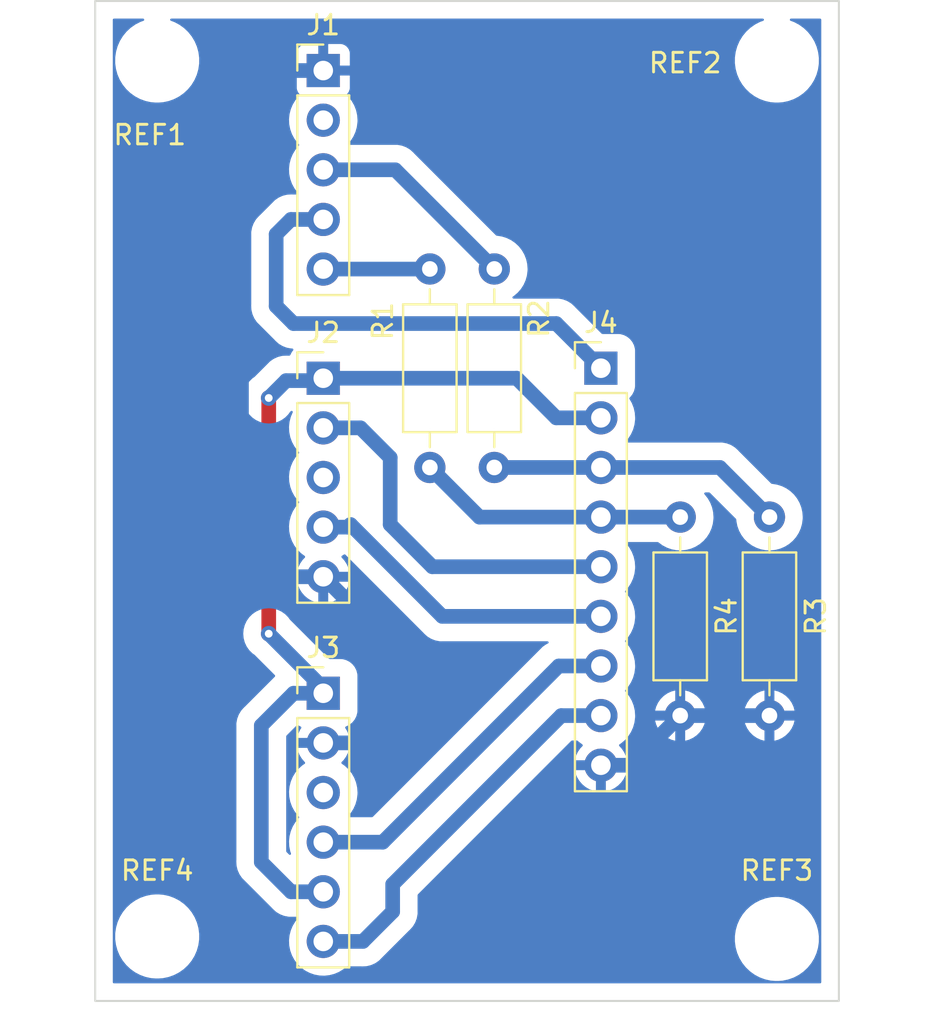
<source format=kicad_pcb>
(kicad_pcb (version 20211014) (generator pcbnew)
  (layers (0 "F.Cu" signal) (31 "B.Cu" signal) (34 "B.Paste" user) (35 "F.Paste" user) (36 "B.SilkS" user "B.Silkscreen") (37 "F.SilkS" user "F.Silkscreen") (38 "B.Mask" user) (39 "F.Mask" user) (44 "Edge.Cuts" user))
  (net 0 "")
  (net 1 "GND")
  (net 3 "Net-(J1-Pad3)")
  (net 4 "Net-(J1-Pad4)")
  (net 5 "Net-(J1-Pad5)")
  (net 6 "Net-(J2-Pad1)")
  (net 7 "Net-(J2-Pad2)")
  (net 9 "Net-(J2-Pad4)")
  (net 11 "Net-(J3-Pad4)")
  (net 12 "Net-(J3-Pad6)")
  (net 13 "Net-(J4-Pad3)")
  (net 14 "Net-(J4-Pad4)")
  (footprint "Connector_PinHeader_2.54mm:PinHeader_1x05_P2.54mm_Vertical" (layer "F.Cu") (at 136.525 62.489)
    (fp_text reference "J1" (at 0 -2.33) (layer "F.SilkS"))
    (fp_text value "Conn_01x05")
    (fp_line (start -1.33 0) (end -1.33 -1.33) (layer "F.SilkS") (width 0.12))
    (fp_line (start -1.33 -1.33) (end 0 -1.33) (layer "F.SilkS") (width 0.12))
    (fp_line (start 1.33 1.27) (end 1.33 11.49) (layer "F.SilkS") (width 0.12))
    (fp_line (start -1.33 1.27) (end -1.33 11.49) (layer "F.SilkS") (width 0.12))
    (fp_line (start -1.33 1.27) (end 1.33 1.27) (layer "F.SilkS") (width 0.12))
    (fp_line (start -1.33 11.49) (end 1.33 11.49) (layer "F.SilkS") (width 0.12))
    (pad "1" thru_hole rect locked (at 0 0) (size 1.7 1.7) (drill 1) (layers *.Cu *.Mask) (net 1 "GND"))
    (pad "2" thru_hole oval locked (at 0 2.54) (size 1.7 1.7) (drill 1) (layers *.Cu *.Mask))
    (pad "3" thru_hole oval locked (at 0 5.08) (size 1.7 1.7) (drill 1) (layers *.Cu *.Mask) (net 3 "Net-(J1-Pad3)"))
    (pad "4" thru_hole oval locked (at 0 7.62) (size 1.7 1.7) (drill 1) (layers *.Cu *.Mask) (net 4 "Net-(J1-Pad4)"))
    (pad "5" thru_hole oval locked (at 0 10.16) (size 1.7 1.7) (drill 1) (layers *.Cu *.Mask) (net 5 "Net-(J1-Pad5)"))
  )
  (footprint "MountingHole:MountingHole_2.5mm" (layer "F.Cu") (at 128.016 62.103)
    (fp_text reference "REF1" (at -0.381 3.683) (layer "F.SilkS"))
    (fp_text value "MountingHole_2.5mm")
    (pad "" np_thru_hole circle locked (at 0 0) (size 2.5 2.5) (drill 2.5) (layers *.Cu *.Mask))
  )
  (footprint "MountingHole:MountingHole_2.5mm" (layer "F.Cu") (at 159.766 106.934)
    (fp_text reference "REF3" (at 0 -3.5) (layer "F.SilkS"))
    (fp_text value "MountingHole_2.5mm")
    (pad "" np_thru_hole circle locked (at 0 0) (size 2.5 2.5) (drill 2.5) (layers *.Cu *.Mask))
  )
  (footprint "Resistor_THT:R_Axial_DIN0207_L6.3mm_D2.5mm_P10.16mm_Horizontal" (layer "F.Cu") (at 145.288 72.644 -90)
    (fp_text reference "R2" (at 2.54 -2.286 90) (layer "F.SilkS"))
    (fp_text value "R")
    (fp_line (start 8.35 1.37) (end 8.35 -1.37) (layer "F.SilkS") (width 0.12))
    (fp_line (start 8.35 -1.37) (end 1.81 -1.37) (layer "F.SilkS") (width 0.12))
    (fp_line (start 1.81 -1.37) (end 1.81 1.37) (layer "F.SilkS") (width 0.12))
    (fp_line (start 9.12 0) (end 8.35 0) (layer "F.SilkS") (width 0.12))
    (fp_line (start 1.81 1.37) (end 8.35 1.37) (layer "F.SilkS") (width 0.12))
    (fp_line (start 1.04 0) (end 1.81 0) (layer "F.SilkS") (width 0.12))
    (pad "1" thru_hole circle locked (at 0 0 270) (size 1.6 1.6) (drill 0.8) (layers *.Cu *.Mask) (net 3 "Net-(J1-Pad3)"))
    (pad "2" thru_hole oval locked (at 10.16 0 270) (size 1.6 1.6) (drill 0.8) (layers *.Cu *.Mask) (net 13 "Net-(J4-Pad3)"))
  )
  (footprint "Connector_PinHeader_2.54mm:PinHeader_1x05_P2.54mm_Vertical" (layer "F.Cu") (at 136.525 78.237)
    (fp_text reference "J2" (at 0 -2.33) (layer "F.SilkS"))
    (fp_text value "Conn_01x05")
    (fp_line (start 1.33 1.27) (end 1.33 11.49) (layer "F.SilkS") (width 0.12))
    (fp_line (start -1.33 1.27) (end 1.33 1.27) (layer "F.SilkS") (width 0.12))
    (fp_line (start -1.33 11.49) (end 1.33 11.49) (layer "F.SilkS") (width 0.12))
    (fp_line (start -1.33 0) (end -1.33 -1.33) (layer "F.SilkS") (width 0.12))
    (fp_line (start -1.33 -1.33) (end 0 -1.33) (layer "F.SilkS") (width 0.12))
    (fp_line (start -1.33 1.27) (end -1.33 11.49) (layer "F.SilkS") (width 0.12))
    (pad "1" thru_hole rect locked (at 0 0) (size 1.7 1.7) (drill 1) (layers *.Cu *.Mask) (net 6 "Net-(J2-Pad1)"))
    (pad "2" thru_hole oval locked (at 0 2.54) (size 1.7 1.7) (drill 1) (layers *.Cu *.Mask) (net 7 "Net-(J2-Pad2)"))
    (pad "3" thru_hole oval locked (at 0 5.08) (size 1.7 1.7) (drill 1) (layers *.Cu *.Mask))
    (pad "4" thru_hole oval locked (at 0 7.62) (size 1.7 1.7) (drill 1) (layers *.Cu *.Mask) (net 9 "Net-(J2-Pad4)"))
    (pad "5" thru_hole oval locked (at 0 10.16) (size 1.7 1.7) (drill 1) (layers *.Cu *.Mask) (net 1 "GND"))
  )
  (footprint "Resistor_THT:R_Axial_DIN0207_L6.3mm_D2.5mm_P10.16mm_Horizontal" (layer "F.Cu") (at 159.385 85.344 -90)
    (fp_text reference "R3" (at 5.08 -2.37 90) (layer "F.SilkS"))
    (fp_text value "R")
    (fp_line (start 9.12 0) (end 8.35 0) (layer "F.SilkS") (width 0.12))
    (fp_line (start 1.81 1.37) (end 8.35 1.37) (layer "F.SilkS") (width 0.12))
    (fp_line (start 8.35 1.37) (end 8.35 -1.37) (layer "F.SilkS") (width 0.12))
    (fp_line (start 1.04 0) (end 1.81 0) (layer "F.SilkS") (width 0.12))
    (fp_line (start 8.35 -1.37) (end 1.81 -1.37) (layer "F.SilkS") (width 0.12))
    (fp_line (start 1.81 -1.37) (end 1.81 1.37) (layer "F.SilkS") (width 0.12))
    (pad "1" thru_hole circle locked (at 0 0 270) (size 1.6 1.6) (drill 0.8) (layers *.Cu *.Mask) (net 13 "Net-(J4-Pad3)"))
    (pad "2" thru_hole oval locked (at 10.16 0 270) (size 1.6 1.6) (drill 0.8) (layers *.Cu *.Mask) (net 1 "GND"))
  )
  (footprint "Connector_PinHeader_2.54mm:PinHeader_1x06_P2.54mm_Vertical" (layer "F.Cu") (at 136.525 94.361)
    (fp_text reference "J3" (at 0 -2.33) (layer "F.SilkS"))
    (fp_text value "Conn_01x06")
    (fp_line (start -1.33 -1.33) (end 0 -1.33) (layer "F.SilkS") (width 0.12))
    (fp_line (start -1.33 14.03) (end 1.33 14.03) (layer "F.SilkS") (width 0.12))
    (fp_line (start 1.33 1.27) (end 1.33 14.03) (layer "F.SilkS") (width 0.12))
    (fp_line (start -1.33 0) (end -1.33 -1.33) (layer "F.SilkS") (width 0.12))
    (fp_line (start -1.33 1.27) (end -1.33 14.03) (layer "F.SilkS") (width 0.12))
    (fp_line (start -1.33 1.27) (end 1.33 1.27) (layer "F.SilkS") (width 0.12))
    (pad "1" thru_hole rect locked (at 0 0) (size 1.7 1.7) (drill 1) (layers *.Cu *.Mask) (net 6 "Net-(J2-Pad1)"))
    (pad "2" thru_hole oval locked (at 0 2.54) (size 1.7 1.7) (drill 1) (layers *.Cu *.Mask) (net 1 "GND"))
    (pad "3" thru_hole oval locked (at 0 5.08) (size 1.7 1.7) (drill 1) (layers *.Cu *.Mask))
    (pad "4" thru_hole oval locked (at 0 7.62) (size 1.7 1.7) (drill 1) (layers *.Cu *.Mask) (net 11 "Net-(J3-Pad4)"))
    (pad "5" thru_hole oval locked (at 0 10.16) (size 1.7 1.7) (drill 1) (layers *.Cu *.Mask) (net 6 "Net-(J2-Pad1)"))
    (pad "6" thru_hole oval locked (at 0 12.7) (size 1.7 1.7) (drill 1) (layers *.Cu *.Mask) (net 12 "Net-(J3-Pad6)"))
  )
  (footprint "MountingHole:MountingHole_2.5mm" (layer "F.Cu") (at 128.016 106.934)
    (fp_text reference "REF4" (at 0 -3.5) (layer "F.SilkS"))
    (fp_text value "MountingHole_2.5mm")
    (pad "" np_thru_hole circle locked (at 0 0) (size 2.5 2.5) (drill 2.5) (layers *.Cu *.Mask))
  )
  (footprint "Resistor_THT:R_Axial_DIN0207_L6.3mm_D2.5mm_P10.16mm_Horizontal" (layer "F.Cu") (at 154.813 85.344 -90)
    (fp_text reference "R4" (at 5.08 -2.37 90) (layer "F.SilkS"))
    (fp_text value "R")
    (fp_line (start 1.81 -1.37) (end 1.81 1.37) (layer "F.SilkS") (width 0.12))
    (fp_line (start 9.12 0) (end 8.35 0) (layer "F.SilkS") (width 0.12))
    (fp_line (start 8.35 1.37) (end 8.35 -1.37) (layer "F.SilkS") (width 0.12))
    (fp_line (start 1.81 1.37) (end 8.35 1.37) (layer "F.SilkS") (width 0.12))
    (fp_line (start 8.35 -1.37) (end 1.81 -1.37) (layer "F.SilkS") (width 0.12))
    (fp_line (start 1.04 0) (end 1.81 0) (layer "F.SilkS") (width 0.12))
    (pad "1" thru_hole circle locked (at 0 0 270) (size 1.6 1.6) (drill 0.8) (layers *.Cu *.Mask) (net 14 "Net-(J4-Pad4)"))
    (pad "2" thru_hole oval locked (at 10.16 0 270) (size 1.6 1.6) (drill 0.8) (layers *.Cu *.Mask) (net 1 "GND"))
  )
  (footprint "Resistor_THT:R_Axial_DIN0207_L6.3mm_D2.5mm_P10.16mm_Horizontal" (layer "F.Cu") (at 141.986 72.644 -90)
    (fp_text reference "R1" (at 2.667 2.413 90) (layer "F.SilkS"))
    (fp_text value "R")
    (fp_line (start 9.12 0) (end 8.35 0) (layer "F.SilkS") (width 0.12))
    (fp_line (start 8.35 -1.37) (end 1.81 -1.37) (layer "F.SilkS") (width 0.12))
    (fp_line (start 1.04 0) (end 1.81 0) (layer "F.SilkS") (width 0.12))
    (fp_line (start 1.81 1.37) (end 8.35 1.37) (layer "F.SilkS") (width 0.12))
    (fp_line (start 1.81 -1.37) (end 1.81 1.37) (layer "F.SilkS") (width 0.12))
    (fp_line (start 8.35 1.37) (end 8.35 -1.37) (layer "F.SilkS") (width 0.12))
    (pad "1" thru_hole circle locked (at 0 0 270) (size 1.6 1.6) (drill 0.8) (layers *.Cu *.Mask) (net 5 "Net-(J1-Pad5)"))
    (pad "2" thru_hole oval locked (at 10.16 0 270) (size 1.6 1.6) (drill 0.8) (layers *.Cu *.Mask) (net 14 "Net-(J4-Pad4)"))
  )
  (footprint "MountingHole:MountingHole_2.5mm" (layer "F.Cu") (at 159.766 62.103)
    (fp_text reference "REF2" (at -4.699 0) (layer "F.SilkS"))
    (fp_text value "MountingHole_2.5mm")
    (pad "" np_thru_hole circle locked (at 0 0) (size 2.5 2.5) (drill 2.5) (layers *.Cu *.Mask))
  )
  (footprint "Connector_PinHeader_2.54mm:PinHeader_1x09_P2.54mm_Vertical" (layer "F.Cu") (at 150.749 77.724)
    (fp_text reference "J4" (at 0 -2.33) (layer "F.SilkS"))
    (fp_text value "Conn_01x09")
    (fp_line (start -1.33 21.65) (end 1.33 21.65) (layer "F.SilkS") (width 0.12))
    (fp_line (start -1.33 0) (end -1.33 -1.33) (layer "F.SilkS") (width 0.12))
    (fp_line (start 1.33 1.27) (end 1.33 21.65) (layer "F.SilkS") (width 0.12))
    (fp_line (start -1.33 1.27) (end 1.33 1.27) (layer "F.SilkS") (width 0.12))
    (fp_line (start -1.33 -1.33) (end 0 -1.33) (layer "F.SilkS") (width 0.12))
    (fp_line (start -1.33 1.27) (end -1.33 21.65) (layer "F.SilkS") (width 0.12))
    (pad "1" thru_hole rect locked (at 0 0) (size 1.7 1.7) (drill 1) (layers *.Cu *.Mask) (net 4 "Net-(J1-Pad4)"))
    (pad "2" thru_hole oval locked (at 0 2.54) (size 1.7 1.7) (drill 1) (layers *.Cu *.Mask) (net 6 "Net-(J2-Pad1)"))
    (pad "3" thru_hole oval locked (at 0 5.08) (size 1.7 1.7) (drill 1) (layers *.Cu *.Mask) (net 13 "Net-(J4-Pad3)"))
    (pad "4" thru_hole oval locked (at 0 7.62) (size 1.7 1.7) (drill 1) (layers *.Cu *.Mask) (net 14 "Net-(J4-Pad4)"))
    (pad "5" thru_hole oval locked (at 0 10.16) (size 1.7 1.7) (drill 1) (layers *.Cu *.Mask) (net 7 "Net-(J2-Pad2)"))
    (pad "6" thru_hole oval locked (at 0 12.7) (size 1.7 1.7) (drill 1) (layers *.Cu *.Mask) (net 9 "Net-(J2-Pad4)"))
    (pad "7" thru_hole oval locked (at 0 15.24) (size 1.7 1.7) (drill 1) (layers *.Cu *.Mask) (net 11 "Net-(J3-Pad4)"))
    (pad "8" thru_hole oval locked (at 0 17.78) (size 1.7 1.7) (drill 1) (layers *.Cu *.Mask) (net 12 "Net-(J3-Pad6)"))
    (pad "9" thru_hole oval locked (at 0 20.32) (size 1.7 1.7) (drill 1) (layers *.Cu *.Mask) (net 1 "GND"))
  )
  (gr_rect (start 124.841 58.928) (end 162.941 110.109) (layer "Edge.Cuts") (width 0.1) (fill none))
  (segment (start 138.176 96.901) (end 139.065 96.012) (width 0.75) (layer "B.Cu") (net 1))
  (segment (start 132.334 85.979) (end 132.334 64.516) (width 0.75) (layer "B.Cu") (net 1))
  (segment (start 150.749 98.044) (end 152.273 98.044) (width 0.75) (layer "B.Cu") (net 1))
  (segment (start 134.361 62.489) (end 136.525 62.489) (width 0.75) (layer "B.Cu") (net 1))
  (segment (start 132.334 64.516) (end 134.361 62.489) (width 0.75) (layer "B.Cu") (net 1))
  (segment (start 152.273 98.044) (end 154.813 95.504) (width 0.75) (layer "B.Cu") (net 1))
  (segment (start 134.752 88.397) (end 132.334 85.979) (width 0.75) (layer "B.Cu") (net 1))
  (segment (start 154.813 95.504) (end 159.385 95.504) (width 0.75) (layer "B.Cu") (net 1))
  (segment (start 139.065 96.012) (end 139.065 90.937) (width 0.75) (layer "B.Cu") (net 1))
  (segment (start 139.065 90.937) (end 136.525 88.397) (width 0.75) (layer "B.Cu") (net 1))
  (segment (start 136.525 96.901) (end 138.176 96.901) (width 0.75) (layer "B.Cu") (net 1))
  (segment (start 136.525 88.397) (end 134.752 88.397) (width 0.75) (layer "B.Cu") (net 1))
  (segment (start 136.525 67.569) (end 140.213 67.569) (width 0.75) (layer "B.Cu") (net 3))
  (segment (start 140.213 67.569) (end 145.288 72.644) (width 0.75) (layer "B.Cu") (net 3))
  (segment (start 134.869 70.109) (end 134.112 70.866) (width 0.75) (layer "B.Cu") (net 4))
  (segment (start 134.112 70.866) (end 134.112 74.549) (width 0.75) (layer "B.Cu") (net 4))
  (segment (start 136.525 70.109) (end 134.869 70.109) (width 0.75) (layer "B.Cu") (net 4))
  (segment (start 148.463 75.438) (end 150.749 77.724) (width 0.75) (layer "B.Cu") (net 4))
  (segment (start 135.001 75.438) (end 148.463 75.438) (width 0.75) (layer "B.Cu") (net 4))
  (segment (start 134.112 74.549) (end 135.001 75.438) (width 0.75) (layer "B.Cu") (net 4))
  (segment (start 136.525 72.649) (end 141.981 72.649) (width 0.75) (layer "B.Cu") (net 5))
  (segment (start 141.981 72.649) (end 141.986 72.644) (width 0.75) (layer "B.Cu") (net 5))
  (segment (start 133.731 91.313) (end 133.731 79.248) (width 0.75) (layer "F.Cu") (net 6))
  (via (at 133.731 79.248) (size 0.8) (drill 0.4) (layers "F.Cu" "B.Cu") (net 6))
  (via (at 133.731 91.313) (size 0.8) (drill 0.4) (layers "F.Cu" "B.Cu") (net 6))
  (segment (start 134.62 78.359) (end 136.403 78.359) (width 0.75) (layer "B.Cu") (net 6))
  (segment (start 133.35 102.997) (end 133.35 96.012) (width 0.75) (layer "B.Cu") (net 6))
  (segment (start 134.874 104.521) (end 133.35 102.997) (width 0.75) (layer "B.Cu") (net 6))
  (segment (start 148.463 80.264) (end 150.749 80.264) (width 0.75) (layer "B.Cu") (net 6))
  (segment (start 136.525 104.521) (end 134.874 104.521) (width 0.75) (layer "B.Cu") (net 6))
  (segment (start 136.403 78.359) (end 136.525 78.237) (width 0.75) (layer "B.Cu") (net 6))
  (segment (start 136.525 78.237) (end 146.436 78.237) (width 0.75) (layer "B.Cu") (net 6))
  (segment (start 136.525 94.361) (end 136.525 94.107) (width 0.75) (layer "B.Cu") (net 6))
  (segment (start 133.35 96.012) (end 135.001 94.361) (width 0.75) (layer "B.Cu") (net 6))
  (segment (start 133.731 79.248) (end 134.62 78.359) (width 0.75) (layer "B.Cu") (net 6))
  (segment (start 136.525 94.107) (end 133.731 91.313) (width 0.75) (layer "B.Cu") (net 6))
  (segment (start 146.436 78.237) (end 148.463 80.264) (width 0.75) (layer "B.Cu") (net 6))
  (segment (start 135.001 94.361) (end 136.525 94.361) (width 0.75) (layer "B.Cu") (net 6))
  (segment (start 139.954 82.296) (end 139.954 85.725) (width 0.75) (layer "B.Cu") (net 7))
  (segment (start 138.435 80.777) (end 139.954 82.296) (width 0.75) (layer "B.Cu") (net 7))
  (segment (start 139.954 85.725) (end 142.113 87.884) (width 0.75) (layer "B.Cu") (net 7))
  (segment (start 136.525 80.777) (end 138.435 80.777) (width 0.75) (layer "B.Cu") (net 7))
  (segment (start 142.113 87.884) (end 150.749 87.884) (width 0.75) (layer "B.Cu") (net 7))
  (segment (start 150.749 90.424) (end 142.621 90.424) (width 0.75) (layer "B.Cu") (net 9))
  (segment (start 137.79 85.857) (end 136.525 85.857) (width 0.75) (layer "B.Cu") (net 9))
  (segment (start 142.621 90.424) (end 137.922 85.725) (width 0.75) (layer "B.Cu") (net 9))
  (segment (start 137.922 85.725) (end 137.79 85.857) (width 0.75) (layer "B.Cu") (net 9))
  (segment (start 139.573 101.981) (end 148.59 92.964) (width 0.75) (layer "B.Cu") (net 11))
  (segment (start 148.59 92.964) (end 150.749 92.964) (width 0.75) (layer "B.Cu") (net 11))
  (segment (start 136.525 101.981) (end 139.573 101.981) (width 0.75) (layer "B.Cu") (net 11))
  (segment (start 138.557 107.061) (end 136.525 107.061) (width 0.75) (layer "B.Cu") (net 12))
  (segment (start 148.717 95.504) (end 140.081 104.14) (width 0.75) (layer "B.Cu") (net 12))
  (segment (start 140.081 105.537) (end 138.557 107.061) (width 0.75) (layer "B.Cu") (net 12))
  (segment (start 150.749 95.504) (end 148.717 95.504) (width 0.75) (layer "B.Cu") (net 12))
  (segment (start 140.081 104.14) (end 140.081 105.537) (width 0.75) (layer "B.Cu") (net 12))
  (segment (start 145.288 82.804) (end 150.749 82.804) (width 0.75) (layer "B.Cu") (net 13))
  (segment (start 150.749 82.804) (end 156.845 82.804) (width 0.75) (layer "B.Cu") (net 13))
  (segment (start 156.845 82.804) (end 159.385 85.344) (width 0.75) (layer "B.Cu") (net 13))
  (segment (start 150.749 85.344) (end 154.813 85.344) (width 0.75) (layer "B.Cu") (net 14))
  (segment (start 144.526 85.344) (end 150.749 85.344) (width 0.75) (layer "B.Cu") (net 14))
  (segment (start 141.986 82.804) (end 144.526 85.344) (width 0.75) (layer "B.Cu") (net 14))
  (zone (net 1) (net_name "GND") (layer "B.Cu") (connect_pads (clearance 0.9)) (min_thickness 0.12) (fill yes (thermal_gap 0.508) (thermal_bridge_width 0.508))
    (polygon (pts (xy 162.941 110.109) (xy 124.841 110.109) (xy 124.841 58.928) (xy 162.941 58.928)))
  )
)
</source>
